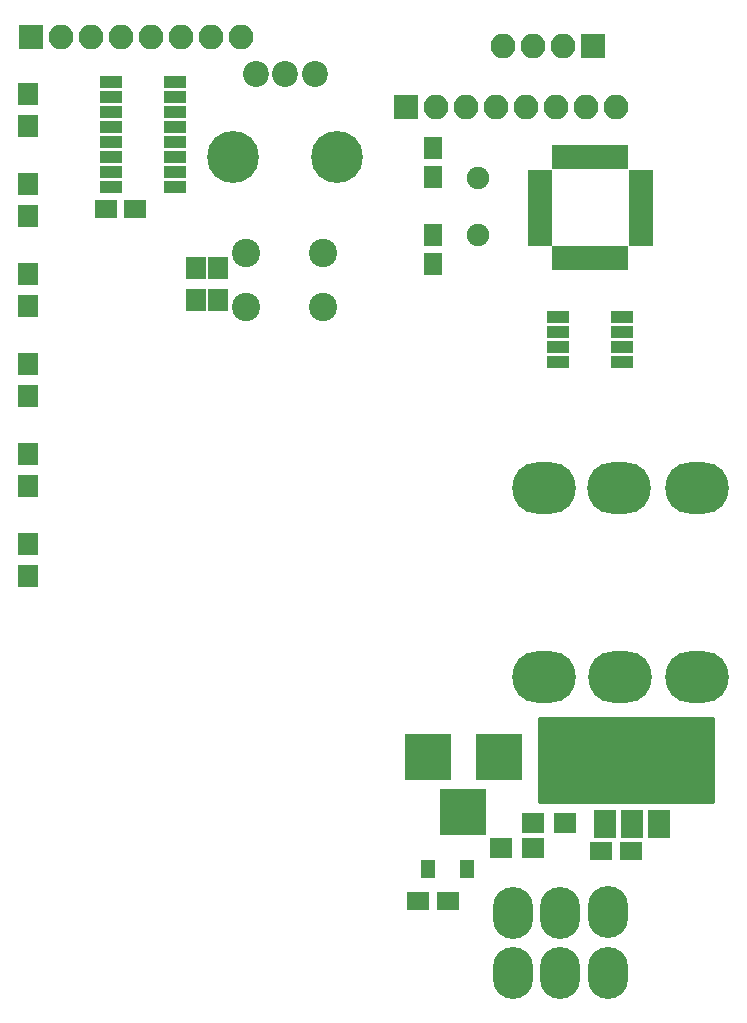
<source format=gbr>
G04 #@! TF.FileFunction,Soldermask,Top*
%FSLAX46Y46*%
G04 Gerber Fmt 4.6, Leading zero omitted, Abs format (unit mm)*
G04 Created by KiCad (PCBNEW 4.0.7) date 03/11/18 00:16:20*
%MOMM*%
%LPD*%
G01*
G04 APERTURE LIST*
%ADD10C,0.100000*%
%ADD11R,2.000000X0.950000*%
%ADD12R,0.950000X2.000000*%
%ADD13C,2.200000*%
%ADD14C,4.400000*%
%ADD15R,1.900000X1.650000*%
%ADD16R,1.650000X1.900000*%
%ADD17R,1.300000X1.600000*%
%ADD18R,3.900000X3.900000*%
%ADD19R,2.100000X2.100000*%
%ADD20O,2.100000X2.100000*%
%ADD21O,5.400000X4.400000*%
%ADD22R,1.900000X1.700000*%
%ADD23R,1.700000X1.900000*%
%ADD24C,2.400000*%
%ADD25R,4.200000X2.400000*%
%ADD26R,1.900000X2.400000*%
%ADD27R,1.900000X1.000000*%
%ADD28C,1.900000*%
%ADD29R,1.950000X1.000000*%
%ADD30O,3.400000X4.400000*%
%ADD31C,0.254000*%
G04 APERTURE END LIST*
D10*
D11*
X138625000Y-66415000D03*
X138625000Y-67215000D03*
X138625000Y-68015000D03*
X138625000Y-68815000D03*
X138625000Y-69615000D03*
X138625000Y-70415000D03*
X138625000Y-71215000D03*
X138625000Y-72015000D03*
D12*
X140075000Y-73465000D03*
X140875000Y-73465000D03*
X141675000Y-73465000D03*
X142475000Y-73465000D03*
X143275000Y-73465000D03*
X144075000Y-73465000D03*
X144875000Y-73465000D03*
X145675000Y-73465000D03*
D11*
X147125000Y-72015000D03*
X147125000Y-71215000D03*
X147125000Y-70415000D03*
X147125000Y-69615000D03*
X147125000Y-68815000D03*
X147125000Y-68015000D03*
X147125000Y-67215000D03*
X147125000Y-66415000D03*
D12*
X145675000Y-64965000D03*
X144875000Y-64965000D03*
X144075000Y-64965000D03*
X143275000Y-64965000D03*
X142475000Y-64965000D03*
X141675000Y-64965000D03*
X140875000Y-64965000D03*
X140075000Y-64965000D03*
D13*
X119528600Y-57912000D03*
X117028600Y-57912000D03*
X114528600Y-57912000D03*
D14*
X121428600Y-64912000D03*
X112628600Y-64912000D03*
D15*
X143809400Y-123647200D03*
X146309400Y-123647200D03*
X128290000Y-127889000D03*
X130790000Y-127889000D03*
D16*
X129540000Y-66655000D03*
X129540000Y-64155000D03*
X129540000Y-71521000D03*
X129540000Y-74021000D03*
D17*
X132460000Y-125222000D03*
X129160000Y-125222000D03*
D18*
X135128000Y-115697000D03*
X129128000Y-115697000D03*
X132128000Y-120397000D03*
D19*
X143129000Y-55499000D03*
D20*
X140589000Y-55499000D03*
X138049000Y-55499000D03*
X135509000Y-55499000D03*
D21*
X145392000Y-108965000D03*
X145265000Y-92965000D03*
X138915000Y-108965000D03*
X138915000Y-92965000D03*
X151915000Y-92965000D03*
X151892000Y-108965000D03*
D22*
X135302000Y-123444000D03*
X138002000Y-123444000D03*
X140719800Y-121335800D03*
X138019800Y-121335800D03*
D23*
X111353600Y-74342000D03*
X111353600Y-77042000D03*
D24*
X120243600Y-73097000D03*
X120243600Y-77597000D03*
X113743600Y-73097000D03*
X113743600Y-77597000D03*
D25*
X146431000Y-115087000D03*
D26*
X146431000Y-121387000D03*
X148731000Y-121387000D03*
X144131000Y-121387000D03*
D27*
X107703600Y-67437000D03*
X107703600Y-66167000D03*
X107703600Y-64897000D03*
X107703600Y-63627000D03*
X107703600Y-62357000D03*
X107703600Y-61087000D03*
X107703600Y-59817000D03*
X107703600Y-58547000D03*
X102303600Y-58547000D03*
X102303600Y-59817000D03*
X102303600Y-61087000D03*
X102303600Y-62357000D03*
X102303600Y-63627000D03*
X102303600Y-64897000D03*
X102303600Y-66167000D03*
X102303600Y-67437000D03*
D28*
X133350000Y-66675000D03*
X133350000Y-71555000D03*
D15*
X101848600Y-69342000D03*
X104348600Y-69342000D03*
D23*
X109448600Y-77042000D03*
X109448600Y-74342000D03*
X95250000Y-59610000D03*
X95250000Y-62310000D03*
X95250000Y-67230000D03*
X95250000Y-69930000D03*
X95250000Y-74850000D03*
X95250000Y-77550000D03*
X95250000Y-82470000D03*
X95250000Y-85170000D03*
X95250000Y-90090000D03*
X95250000Y-92790000D03*
X95250000Y-97710000D03*
X95250000Y-100410000D03*
D19*
X95478600Y-54737000D03*
D20*
X98018600Y-54737000D03*
X100558600Y-54737000D03*
X103098600Y-54737000D03*
X105638600Y-54737000D03*
X108178600Y-54737000D03*
X110718600Y-54737000D03*
X113258600Y-54737000D03*
D19*
X127254000Y-60706000D03*
D20*
X129794000Y-60706000D03*
X132334000Y-60706000D03*
X134874000Y-60706000D03*
X137414000Y-60706000D03*
X139954000Y-60706000D03*
X142494000Y-60706000D03*
X145034000Y-60706000D03*
D29*
X140175000Y-78486000D03*
X140175000Y-79756000D03*
X140175000Y-81026000D03*
X140175000Y-82296000D03*
X145575000Y-82296000D03*
X145575000Y-81026000D03*
X145575000Y-79756000D03*
X145575000Y-78486000D03*
D30*
X140335000Y-128905000D03*
X140335000Y-133985000D03*
X136334500Y-133985000D03*
X136334500Y-128905000D03*
X144335500Y-128841500D03*
X144335500Y-133985000D03*
D31*
G36*
X153238200Y-119507000D02*
X138557000Y-119507000D01*
X138557000Y-112395000D01*
X153238200Y-112395000D01*
X153238200Y-119507000D01*
X153238200Y-119507000D01*
G37*
X153238200Y-119507000D02*
X138557000Y-119507000D01*
X138557000Y-112395000D01*
X153238200Y-112395000D01*
X153238200Y-119507000D01*
M02*

</source>
